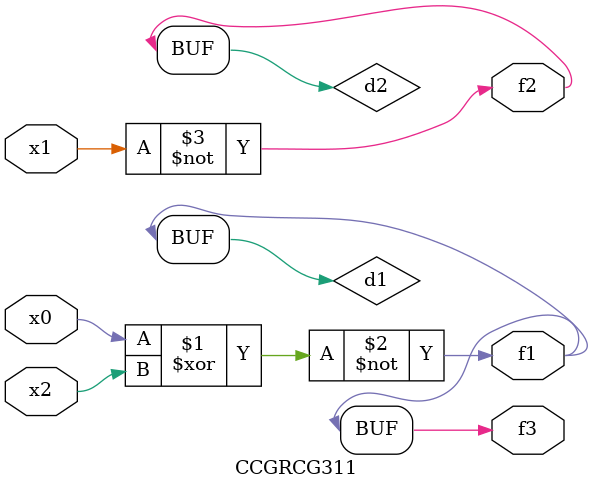
<source format=v>
module CCGRCG311(
	input x0, x1, x2,
	output f1, f2, f3
);

	wire d1, d2, d3;

	xnor (d1, x0, x2);
	nand (d2, x1);
	nor (d3, x1, x2);
	assign f1 = d1;
	assign f2 = d2;
	assign f3 = d1;
endmodule

</source>
